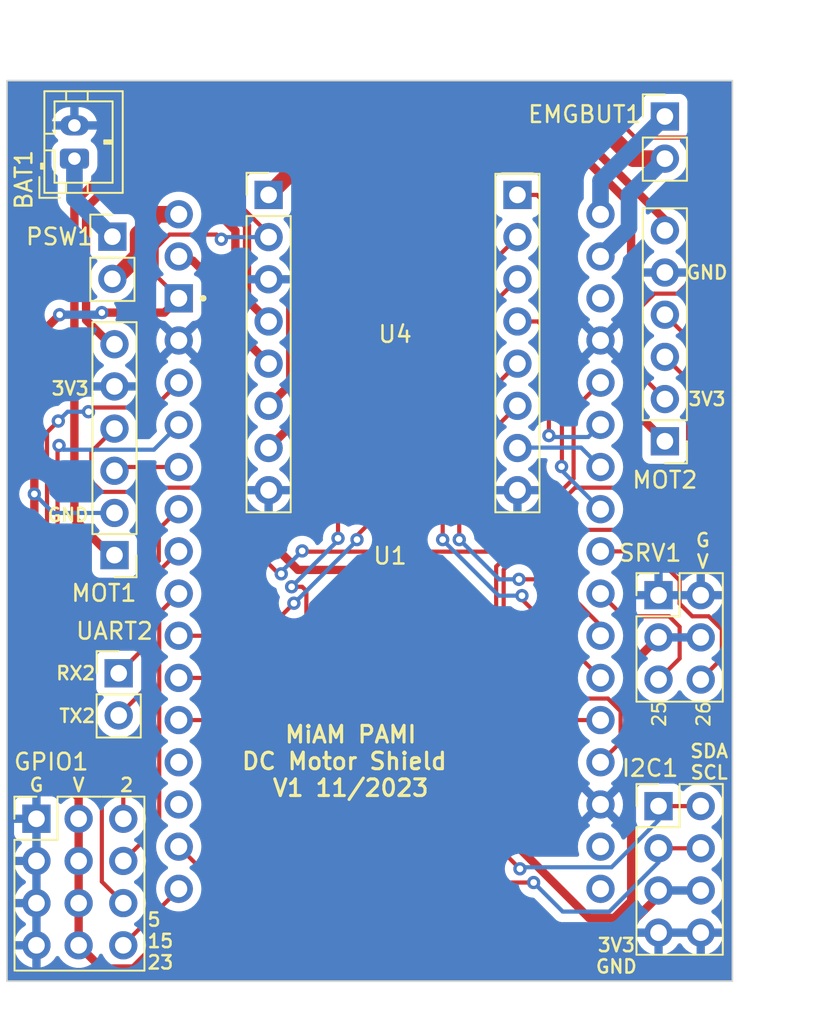
<source format=kicad_pcb>
(kicad_pcb (version 20221018) (generator pcbnew)
  (layers (0 "F.Cu" signal) (31 "B.Cu" signal) (34 "B.Paste" user) (35 "F.Paste" user) (36 "B.SilkS" user "B.Silkscreen") (37 "F.SilkS" user "F.Silkscreen") (38 "B.Mask" user) (39 "F.Mask" user) (44 "Edge.Cuts" user))
  (net 0 "")
  (net 1 "GND")
  (net 2 "+12V")
  (net 3 "/BAT_READING")
  (net 4 "+3V3")
  (net 5 "/POWER_SWITCH")
  (net 6 "/EMERGENCY_BUTTON")
  (net 7 "/5V_POWER")
  (net 8 "/SDA")
  (net 9 "/SCL")
  (net 10 "/2Y")
  (net 11 "/ENCODER_B1")
  (net 12 "/ENCODER_A1")
  (net 13 "/1Y")
  (net 14 "/3Y")
  (net 15 "/ENCODER_B2")
  (net 16 "/ENCODER_A2")
  (net 17 "/4Y")
  (net 18 "/BATTERY_INPUT")
  (net 19 "/RX2")
  (net 20 "/TX2")
  (net 21 "/GPIO2")
  (net 22 "/GPIO5")
  (net 23 "/GPIO15")
  (net 24 "/GPIO23")
  (net 25 "/SERVO_PWM_1")
  (net 26 "/SERVO_PWM_2")
  (net 27 "/1A")
  (net 28 "/2A")
  (net 32 "/3A")
  (net 33 "/4A")
  (net 34 "/EN12")
  (net 35 "/EN34")
  (net 36 "/STBY")
  (footprint "Connector_PinHeader_2.54mm:PinHeader_2x04_P2.54mm_Vertical" (layer "F.Cu") (at 86.614 90.17)
    (fp_text reference "I2C1" (at -0.508 -2.286) (layer "F.SilkS"))
    (fp_text value "Conn_02x04_Odd_Even")
    (fp_line (start -1.33 -1.33) (end 0 -1.33) (stroke (width 0.12)) (layer "F.SilkS"))
    (fp_line (start -1.33 0) (end -1.33 -1.33) (stroke (width 0.12)) (layer "F.SilkS"))
    (fp_line (start -1.33 1.27) (end -1.33 8.95) (stroke (width 0.12)) (layer "F.SilkS"))
    (fp_line (start -1.33 1.27) (end 1.27 1.27) (stroke (width 0.12)) (layer "F.SilkS"))
    (fp_line (start -1.33 8.95) (end 3.87 8.95) (stroke (width 0.12)) (layer "F.SilkS"))
    (fp_line (start 1.27 -1.33) (end 3.87 -1.33) (stroke (width 0.12)) (layer "F.SilkS"))
    (fp_line (start 1.27 1.27) (end 1.27 -1.33) (stroke (width 0.12)) (layer "F.SilkS"))
    (fp_line (start 3.87 -1.33) (end 3.87 8.95) (stroke (width 0.12)) (layer "F.SilkS"))
    (pad "1" thru_hole rect (at 0 0) (size 1.7 1.7) (drill 1) (layers "*.Cu" "*.Mask") (net 8 "/SDA"))
    (pad "2" thru_hole oval (at 2.54 0) (size 1.7 1.7) (drill 1) (layers "*.Cu" "*.Mask") (net 8 "/SDA"))
    (pad "3" thru_hole oval (at 0 2.54) (size 1.7 1.7) (drill 1) (layers "*.Cu" "*.Mask") (net 9 "/SCL"))
    (pad "4" thru_hole oval (at 2.54 2.54) (size 1.7 1.7) (drill 1) (layers "*.Cu" "*.Mask") (net 9 "/SCL"))
    (pad "5" thru_hole oval (at 0 5.08) (size 1.7 1.7) (drill 1) (layers "*.Cu" "*.Mask") (net 4 "+3V3"))
    (pad "6" thru_hole oval (at 2.54 5.08) (size 1.7 1.7) (drill 1) (layers "*.Cu" "*.Mask") (net 4 "+3V3"))
    (pad "7" thru_hole oval (at 0 7.62) (size 1.7 1.7) (drill 1) (layers "*.Cu" "*.Mask") (net 1 "GND"))
    (pad "8" thru_hole oval (at 2.54 7.62) (size 1.7 1.7) (drill 1) (layers "*.Cu" "*.Mask") (net 1 "GND"))
  )
  (footprint "MiAM_ESP32_Footprints:ESP32_ShieldPattern" (layer "F.Cu") (at 70.4185 75.1055)
    (fp_text reference "U1" (at 0.0254 0) (layer "F.SilkS"))
    (fp_text value "ESP32-DEVKIT-V1")
    (fp_circle (center -11.2268 -15.515) (end -11.1268 -15.515) (stroke (width 0.2)) (fill none) (layer "F.SilkS"))
    (pad "1" thru_hole rect (at -12.7 -15.515) (size 1.7 1.7) (drill 1.02) (layers "*.Cu" "*.Mask") (net 4 "+3V3"))
    (pad "2" thru_hole circle (at -12.7 -12.975) (size 1.7 1.7) (drill 1.02) (layers "*.Cu" "*.Mask") (net 1 "GND"))
    (pad "3" thru_hole circle (at -12.7 -10.435) (size 1.7 1.7) (drill 1.02) (layers "*.Cu" "*.Mask") (net 23 "/GPIO15"))
    (pad "4" thru_hole circle (at -12.7 -7.895) (size 1.7 1.7) (drill 1.02) (layers "*.Cu" "*.Mask") (net 21 "/GPIO2"))
    (pad "5" thru_hole circle (at -12.7 -5.355) (size 1.7 1.7) (drill 1.02) (layers "*.Cu" "*.Mask") (net 11 "/ENCODER_B1"))
    (pad "6" thru_hole circle (at -12.7 -2.815) (size 1.7 1.7) (drill 1.02) (layers "*.Cu" "*.Mask") (net 19 "/RX2"))
    (pad "7" thru_hole circle (at -12.7 -0.275) (size 1.7 1.7) (drill 1.02) (layers "*.Cu" "*.Mask") (net 20 "/TX2"))
    (pad "8" thru_hole circle (at -12.7 2.265) (size 1.7 1.7) (drill 1.02) (layers "*.Cu" "*.Mask") (net 22 "/GPIO5"))
    (pad "9" thru_hole circle (at -12.7 4.805) (size 1.7 1.7) (drill 1.02) (layers "*.Cu" "*.Mask") (net 27 "/1A"))
    (pad "10" thru_hole circle (at -12.7 7.345) (size 1.7 1.7) (drill 1.02) (layers "*.Cu" "*.Mask") (net 28 "/2A"))
    (pad "11" thru_hole circle (at -12.7 9.885) (size 1.7 1.7) (drill 1.02) (layers "*.Cu" "*.Mask") (net 8 "/SDA"))
    (pad "12" thru_hole circle (at -12.7 12.425) (size 1.7 1.7) (drill 1.02) (layers "*.Cu" "*.Mask"))
    (pad "13" thru_hole circle (at -12.7 14.965) (size 1.7 1.7) (drill 1.02) (layers "*.Cu" "*.Mask"))
    (pad "14" thru_hole circle (at -12.7 17.505) (size 1.7 1.7) (drill 1.02) (layers "*.Cu" "*.Mask") (net 9 "/SCL"))
    (pad "15" thru_hole circle (at -12.7 20.045) (size 1.7 1.7) (drill 1.02) (layers "*.Cu" "*.Mask") (net 24 "/GPIO23"))
    (pad "16" thru_hole circle (at 12.7 20.045) (size 1.7 1.7) (drill 1.02) (layers "*.Cu" "*.Mask"))
    (pad "17" thru_hole circle (at 12.7 17.505) (size 1.7 1.7) (drill 1.02) (layers "*.Cu" "*.Mask") (net 3 "/BAT_READING"))
    (pad "18" thru_hole circle (at 12.7 14.965) (size 1.7 1.7) (drill 1.02) (layers "*.Cu" "*.Mask") (net 1 "GND"))
    (pad "19" thru_hole circle (at 12.7 12.425) (size 1.7 1.7) (drill 1.02) (layers "*.Cu" "*.Mask") (net 16 "/ENCODER_A2"))
    (pad "20" thru_hole circle (at 12.7 9.885) (size 1.7 1.7) (drill 1.02) (layers "*.Cu" "*.Mask") (net 15 "/ENCODER_B2"))
    (pad "21" thru_hole circle (at 12.7 7.345) (size 1.7 1.7) (drill 1.02) (layers "*.Cu" "*.Mask") (net 32 "/3A"))
    (pad "22" thru_hole circle (at 12.7 4.805) (size 1.7 1.7) (drill 1.02) (layers "*.Cu" "*.Mask") (net 33 "/4A"))
    (pad "23" thru_hole circle (at 12.7 2.265) (size 1.7 1.7) (drill 1.02) (layers "*.Cu" "*.Mask") (net 25 "/SERVO_PWM_1"))
    (pad "24" thru_hole circle (at 12.7 -0.275) (size 1.7 1.7) (drill 1.02) (layers "*.Cu" "*.Mask") (net 26 "/SERVO_PWM_2"))
    (pad "25" thru_hole circle (at 12.7 -2.815) (size 1.7 1.7) (drill 1.02) (layers "*.Cu" "*.Mask") (net 34 "/EN12"))
    (pad "26" thru_hole circle (at 12.7 -5.355) (size 1.7 1.7) (drill 1.02) (layers "*.Cu" "*.Mask") (net 35 "/EN34"))
    (pad "27" thru_hole circle (at 12.7 -7.895) (size 1.7 1.7) (drill 1.02) (layers "*.Cu" "*.Mask") (net 36 "/STBY"))
    (pad "28" thru_hole circle (at 12.7 -10.435) (size 1.7 1.7) (drill 1.02) (layers "*.Cu" "*.Mask") (net 12 "/ENCODER_A1"))
    (pad "29" thru_hole circle (at 12.7 -12.975) (size 1.7 1.7) (drill 1.02) (layers "*.Cu" "*.Mask") (net 1 "GND"))
    (pad "30" thru_hole circle (at 12.7 -15.515) (size 1.7 1.7) (drill 1.02) (layers "*.Cu" "*.Mask"))
    (pad "SH1" thru_hole circle (at 12.7 -18.034) (size 1.7 1.7) (drill 1.02) (layers "*.Cu" "*.Mask") (net 6 "/EMERGENCY_BUTTON"))
    (pad "SH2" thru_hole circle (at 12.7 -20.574) (size 1.7 1.7) (drill 1.02) (layers "*.Cu" "*.Mask") (net 2 "+12V"))
    (pad "SH3" thru_hole circle (at -12.7 -18.034) (size 1.7 1.7) (drill 1.02) (layers "*.Cu" "*.Mask") (net 7 "/5V_POWER"))
    (pad "SH4" thru_hole circle (at -12.7 -20.574) (size 1.7 1.7) (drill 1.02) (layers "*.Cu" "*.Mask") (net 5 "/POWER_SWITCH"))
  )
  (footprint "Connector_PinHeader_2.54mm:PinHeader_1x02_P2.54mm_Vertical" (layer "F.Cu") (at 54.102 82.169)
    (fp_text reference "UART2" (at -0.254 -2.54) (layer "F.SilkS"))
    (fp_text value "Conn_01x02_Male")
    (fp_line (start -1.33 -1.33) (end 0 -1.33) (stroke (width 0.12)) (layer "F.SilkS"))
    (fp_line (start -1.33 0) (end -1.33 -1.33) (stroke (width 0.12)) (layer "F.SilkS"))
    (fp_line (start -1.33 1.27) (end -1.33 3.87) (stroke (width 0.12)) (layer "F.SilkS"))
    (fp_line (start -1.33 1.27) (end 1.33 1.27) (stroke (width 0.12)) (layer "F.SilkS"))
    (fp_line (start -1.33 3.87) (end 1.33 3.87) (stroke (width 0.12)) (layer "F.SilkS"))
    (fp_line (start 1.33 1.27) (end 1.33 3.87) (stroke (width 0.12)) (layer "F.SilkS"))
    (pad "1" thru_hole rect (at 0 0) (size 1.7 1.7) (drill 1) (layers "*.Cu" "*.Mask") (net 19 "/RX2"))
    (pad "2" thru_hole oval (at 0 2.54) (size 1.7 1.7) (drill 1) (layers "*.Cu" "*.Mask") (net 20 "/TX2"))
  )
  (footprint "Connector_PinHeader_2.54mm:PinHeader_1x06_P2.54mm_Vertical" (layer "F.Cu") (at 86.995 68.199 180)
    (fp_text reference "MOT2" (at 0 -2.33) (layer "F.SilkS"))
    (fp_text value "Conn_01x06_Male")
    (fp_line (start -1.33 -1.33) (end 0 -1.33) (stroke (width 0.12)) (layer "F.SilkS"))
    (fp_line (start -1.33 0) (end -1.33 -1.33) (stroke (width 0.12)) (layer "F.SilkS"))
    (fp_line (start -1.33 1.27) (end -1.33 14.03) (stroke (width 0.12)) (layer "F.SilkS"))
    (fp_line (start -1.33 1.27) (end 1.33 1.27) (stroke (width 0.12)) (layer "F.SilkS"))
    (fp_line (start -1.33 14.03) (end 1.33 14.03) (stroke (width 0.12)) (layer "F.SilkS"))
    (fp_line (start 1.33 1.27) (end 1.33 14.03) (stroke (width 0.12)) (layer "F.SilkS"))
    (pad "1" thru_hole rect (at 0 0 180) (size 1.7 1.7) (drill 1) (layers "*.Cu" "*.Mask") (net 14 "/3Y"))
    (pad "2" thru_hole oval (at 0 2.54 180) (size 1.7 1.7) (drill 1) (layers "*.Cu" "*.Mask") (net 4 "+3V3"))
    (pad "3" thru_hole oval (at 0 5.08 180) (size 1.7 1.7) (drill 1) (layers "*.Cu" "*.Mask") (net 15 "/ENCODER_B2"))
    (pad "4" thru_hole oval (at 0 7.62 180) (size 1.7 1.7) (drill 1) (layers "*.Cu" "*.Mask") (net 16 "/ENCODER_A2"))
    (pad "5" thru_hole oval (at 0 10.16 180) (size 1.7 1.7) (drill 1) (layers "*.Cu" "*.Mask") (net 1 "GND"))
    (pad "6" thru_hole oval (at 0 12.7 180) (size 1.7 1.7) (drill 1) (layers "*.Cu" "*.Mask") (net 17 "/4Y"))
  )
  (footprint "Connector_PinHeader_2.54mm:PinHeader_2x03_P2.54mm_Vertical" (layer "F.Cu") (at 86.614 77.47)
    (fp_text reference "SRV1" (at -0.508 -2.54 180) (layer "F.SilkS"))
    (fp_text value "Conn_02x03_Odd_Even")
    (fp_line (start -1.33 -1.33) (end 0 -1.33) (stroke (width 0.12)) (layer "F.SilkS"))
    (fp_line (start -1.33 0) (end -1.33 -1.33) (stroke (width 0.12)) (layer "F.SilkS"))
    (fp_line (start -1.33 1.27) (end -1.33 6.41) (stroke (width 0.12)) (layer "F.SilkS"))
    (fp_line (start -1.33 1.27) (end 1.27 1.27) (stroke (width 0.12)) (layer "F.SilkS"))
    (fp_line (start -1.33 6.41) (end 3.87 6.41) (stroke (width 0.12)) (layer "F.SilkS"))
    (fp_line (start 1.27 -1.33) (end 3.87 -1.33) (stroke (width 0.12)) (layer "F.SilkS"))
    (fp_line (start 1.27 1.27) (end 1.27 -1.33) (stroke (width 0.12)) (layer "F.SilkS"))
    (fp_line (start 3.87 -1.33) (end 3.87 6.41) (stroke (width 0.12)) (layer "F.SilkS"))
    (pad "1" thru_hole rect (at 0 0) (size 1.7 1.7) (drill 1) (layers "*.Cu" "*.Mask") (net 1 "GND"))
    (pad "2" thru_hole oval (at 2.54 0) (size 1.7 1.7) (drill 1) (layers "*.Cu" "*.Mask") (net 1 "GND"))
    (pad "3" thru_hole oval (at 0 2.54) (size 1.7 1.7) (drill 1) (layers "*.Cu" "*.Mask") (net 7 "/5V_POWER"))
    (pad "4" thru_hole oval (at 2.54 2.54) (size 1.7 1.7) (drill 1) (layers "*.Cu" "*.Mask") (net 7 "/5V_POWER"))
    (pad "5" thru_hole oval (at 0 5.08) (size 1.7 1.7) (drill 1) (layers "*.Cu" "*.Mask") (net 25 "/SERVO_PWM_1"))
    (pad "6" thru_hole oval (at 2.54 5.08) (size 1.7 1.7) (drill 1) (layers "*.Cu" "*.Mask") (net 26 "/SERVO_PWM_2"))
  )
  (footprint "MiAM_ESP32_Footprints:PinHeader_3x4_P2.54mm_Vertical" (layer "F.Cu") (at 49.149 90.932)
    (fp_text reference "GPIO1" (at 0.889 -3.429) (layer "F.SilkS"))
    (fp_text value "~")
    (fp_line (start -1.33 -1.33) (end 0 -1.33) (stroke (width 0.12)) (layer "F.SilkS"))
    (fp_line (start -1.33 0) (end -1.33 -1.33) (stroke (width 0.12)) (layer "F.SilkS"))
    (fp_line (start -1.33 1.27) (end -1.3208 9.144) (stroke (width 0.12)) (layer "F.SilkS"))
    (fp_line (start -1.33 1.27) (end 1.27 1.27) (stroke (width 0.12)) (layer "F.SilkS"))
    (fp_line (start -1.226 9.144) (end 6.5024 9.144) (stroke (width 0.12)) (layer "F.SilkS"))
    (fp_line (start 1.27 -1.33) (end 3.87 -1.33) (stroke (width 0.12)) (layer "F.SilkS"))
    (fp_line (start 1.27 1.27) (end 1.27 -1.33) (stroke (width 0.12)) (layer "F.SilkS"))
    (fp_line (start 3.96 -1.33) (end 6.5 -1.33) (stroke (width 0.12)) (layer "F.SilkS"))
    (fp_line (start 6.5 -1.33) (end 6.5024 9.144) (stroke (width 0.12)) (layer "F.SilkS"))
    (pad "1" thru_hole rect (at 0 0) (size 1.7 1.7) (drill 1) (layers "*.Cu" "*.Mask") (net 1 "GND"))
    (pad "2" thru_hole oval (at 0 2.54) (size 1.7 1.7) (drill 1) (layers "*.Cu" "*.Mask") (net 1 "GND"))
    (pad "3" thru_hole oval (at 0 5.08) (size 1.7 1.7) (drill 1) (layers "*.Cu" "*.Mask") (net 1 "GND"))
    (pad "4" thru_hole oval (at 0 7.62) (size 1.7 1.7) (drill 1) (layers "*.Cu" "*.Mask") (net 1 "GND"))
    (pad "5" thru_hole oval (at 2.54 0) (size 1.7 1.7) (drill 1) (layers "*.Cu" "*.Mask") (net 4 "+3V3"))
    (pad "6" thru_hole oval (at 2.54 2.54) (size 1.7 1.7) (drill 1) (layers "*.Cu" "*.Mask") (net 4 "+3V3"))
    (pad "7" thru_hole oval (at 2.54 5.08) (size 1.7 1.7) (drill 1) (layers "*.Cu" "*.Mask") (net 4 "+3V3"))
    (pad "8" thru_hole oval (at 2.54 7.62) (size 1.7 1.7) (drill 1) (layers "*.Cu" "*.Mask") (net 4 "+3V3"))
    (pad "9" thru_hole oval (at 5.23 0) (size 1.7 1.7) (drill 1) (layers "*.Cu" "*.Mask") (net 21 "/GPIO2"))
    (pad "10" thru_hole oval (at 5.23 2.54) (size 1.7 1.7) (drill 1) (layers "*.Cu" "*.Mask") (net 22 "/GPIO5"))
    (pad "11" thru_hole oval (at 5.23 5.08) (size 1.7 1.7) (drill 1) (layers "*.Cu" "*.Mask") (net 23 "/GPIO15"))
    (pad "12" thru_hole oval (at 5.23 7.62) (size 1.7 1.7) (drill 1) (layers "*.Cu" "*.Mask") (net 24 "/GPIO23"))
  )
  (footprint "Connector_PinHeader_2.54mm:PinHeader_1x02_P2.54mm_Vertical" (layer "F.Cu") (at 86.995 48.641)
    (fp_text reference "EMGBUT1" (at -4.826 -0.127) (layer "F.SilkS"))
    (fp_text value "Conn_01x02_Male")
    (fp_line (start -1.33 -1.33) (end 0 -1.33) (stroke (width 0.12)) (layer "F.SilkS"))
    (fp_line (start -1.33 0) (end -1.33 -1.33) (stroke (width 0.12)) (layer "F.SilkS"))
    (fp_line (start -1.33 1.27) (end -1.33 3.87) (stroke (width 0.12)) (layer "F.SilkS"))
    (fp_line (start -1.33 1.27) (end 1.33 1.27) (stroke (width 0.12)) (layer "F.SilkS"))
    (fp_line (start -1.33 3.87) (end 1.33 3.87) (stroke (width 0.12)) (layer "F.SilkS"))
    (fp_line (start 1.33 1.27) (end 1.33 3.87) (stroke (width 0.12)) (layer "F.SilkS"))
    (pad "1" thru_hole rect (at 0 0) (size 1.7 1.7) (drill 1) (layers "*.Cu" "*.Mask") (net 2 "+12V"))
    (pad "2" thru_hole oval (at 0 2.54) (size 1.7 1.7) (drill 1) (layers "*.Cu" "*.Mask") (net 6 "/EMERGENCY_BUTTON"))
  )
  (footprint "Connector_PinHeader_2.54mm:PinHeader_1x02_P2.54mm_Vertical" (layer "F.Cu") (at 53.721 55.88)
    (fp_text reference "PSW1" (at -3.175 0) (layer "F.SilkS"))
    (fp_text value "Conn_01x02_Male")
    (fp_line (start -1.33 -1.33) (end 0 -1.33) (stroke (width 0.12)) (layer "F.SilkS"))
    (fp_line (start -1.33 0) (end -1.33 -1.33) (stroke (width 0.12)) (layer "F.SilkS"))
    (fp_line (start -1.33 1.27) (end -1.33 3.87) (stroke (width 0.12)) (layer "F.SilkS"))
    (fp_line (start -1.33 1.27) (end 1.33 1.27) (stroke (width 0.12)) (layer "F.SilkS"))
    (fp_line (start -1.33 3.87) (end 1.33 3.87) (stroke (width 0.12)) (layer "F.SilkS"))
    (fp_line (start 1.33 1.27) (end 1.33 3.87) (stroke (width 0.12)) (layer "F.SilkS"))
    (pad "1" thru_hole rect (at 0 0) (size 1.7 1.7) (drill 1) (layers "*.Cu" "*.Mask") (net 18 "/BATTERY_INPUT"))
    (pad "2" thru_hole oval (at 0 2.54) (size 1.7 1.7) (drill 1) (layers "*.Cu" "*.Mask") (net 5 "/POWER_SWITCH"))
  )
  (footprint "Connector_JST:JST_PH_B2B-PH-K_1x02_P2.00mm_Vertical" (layer "F.Cu") (at 51.435 51.181 90)
    (fp_text reference "BAT1" (at -1.27 -3.048 90) (layer "F.SilkS"))
    (fp_text value "Screw_Terminal_01x02")
    (fp_line (start -2.36 -2.11) (end -2.36 -0.86) (stroke (width 0.12)) (layer "F.SilkS"))
    (fp_line (start -2.06 -1.81) (end -2.06 2.91) (stroke (width 0.12)) (layer "F.SilkS"))
    (fp_line (start -2.06 -0.5) (end -1.45 -0.5) (stroke (width 0.12)) (layer "F.SilkS"))
    (fp_line (start -2.06 0.8) (end -1.45 0.8) (stroke (width 0.12)) (layer "F.SilkS"))
    (fp_line (start -2.06 2.91) (end 4.06 2.91) (stroke (width 0.12)) (layer "F.SilkS"))
    (fp_line (start -1.45 -1.2) (end -1.45 2.3) (stroke (width 0.12)) (layer "F.SilkS"))
    (fp_line (start -1.45 2.3) (end 3.45 2.3) (stroke (width 0.12)) (layer "F.SilkS"))
    (fp_line (start -1.11 -2.11) (end -2.36 -2.11) (stroke (width 0.12)) (layer "F.SilkS"))
    (fp_line (start -0.6 -2.01) (end -0.6 -1.81) (stroke (width 0.12)) (layer "F.SilkS"))
    (fp_line (start -0.3 -2.01) (end -0.6 -2.01) (stroke (width 0.12)) (layer "F.SilkS"))
    (fp_line (start -0.3 -1.91) (end -0.6 -1.91) (stroke (width 0.12)) (layer "F.SilkS"))
    (fp_line (start -0.3 -1.81) (end -0.3 -2.01) (stroke (width 0.12)) (layer "F.SilkS"))
    (fp_line (start 0.5 -1.81) (end 0.5 -1.2) (stroke (width 0.12)) (layer "F.SilkS"))
    (fp_line (start 0.5 -1.2) (end -1.45 -1.2) (stroke (width 0.12)) (layer "F.SilkS"))
    (fp_line (start 0.9 1.8) (end 1.1 1.8) (stroke (width 0.12)) (layer "F.SilkS"))
    (fp_line (start 0.9 2.3) (end 0.9 1.8) (stroke (width 0.12)) (layer "F.SilkS"))
    (fp_line (start 1 2.3) (end 1 1.8) (stroke (width 0.12)) (layer "F.SilkS"))
    (fp_line (start 1.1 1.8) (end 1.1 2.3) (stroke (width 0.12)) (layer "F.SilkS"))
    (fp_line (start 1.5 -1.2) (end 1.5 -1.81) (stroke (width 0.12)) (layer "F.SilkS"))
    (fp_line (start 3.45 -1.2) (end 1.5 -1.2) (stroke (width 0.12)) (layer "F.SilkS"))
    (fp_line (start 3.45 2.3) (end 3.45 -1.2) (stroke (width 0.12)) (layer "F.SilkS"))
    (fp_line (start 4.06 -1.81) (end -2.06 -1.81) (stroke (width 0.12)) (layer "F.SilkS"))
    (fp_line (start 4.06 -0.5) (end 3.45 -0.5) (stroke (width 0.12)) (layer "F.SilkS"))
    (fp_line (start 4.06 0.8) (end 3.45 0.8) (stroke (width 0.12)) (layer "F.SilkS"))
    (fp_line (start 4.06 2.91) (end 4.06 -1.81) (stroke (width 0.12)) (layer "F.SilkS"))
    (pad "1" thru_hole roundrect (at 0 0 90) (size 1.2 1.75) (drill 0.75) (layers "*.Cu" "*.Mask") (roundrect_rratio 0.208333) (net 18 "/BATTERY_INPUT"))
    (pad "2" thru_hole oval (at 2 0 90) (size 1.2 1.75) (drill 0.75) (layers "*.Cu" "*.Mask") (net 1 "GND"))
  )
  (footprint "MiAM_ESP32_Footprints:TB6612FNG" (layer "F.Cu") (at 63.13 73.6855)
    (fp_text reference "U4" (at 7.62 -11.93 unlocked) (layer "F.SilkS"))
    (fp_text value "TB6612FNG")
    (fp_line (start -1.33 -21.65) (end 0 -21.65) (stroke (width 0.12)) (layer "F.SilkS"))
    (fp_line (start -1.33 -20.32) (end -1.33 -21.65) (stroke (width 0.12)) (layer "F.SilkS"))
    (fp_line (start -1.33 -19.05) (end -1.33 -1.21) (stroke (width 0.12)) (layer "F.SilkS"))
    (fp_line (start -1.33 -19.05) (end 1.33 -19.05) (stroke (width 0.12)) (layer "F.SilkS"))
    (fp_line (start -1.33 -1.21) (end 1.33 -1.21) (stroke (width 0.12)) (layer "F.SilkS"))
    (fp_line (start 1.33 -19.05) (end 1.33 -1.21) (stroke (width 0.12)) (layer "F.SilkS"))
    (fp_line (start 13.656 -21.59) (end 13.656 -1.21) (stroke (width 0.12)) (layer "F.SilkS"))
    (fp_line (start 13.656 -21.59) (end 16.316 -21.59) (stroke (width 0.12)) (layer "F.SilkS"))
    (fp_line (start 13.656 -1.21) (end 16.316 -1.21) (stroke (width 0.12)) (layer "F.SilkS"))
    (fp_line (start 16.316 -21.59) (end 16.316 -1.21) (stroke (width 0.12)) (layer "F.SilkS"))
    (pad "1" thru_hole rect (at 0 -20.32) (size 1.7 1.7) (drill 1) (layers "*.Cu" "*.Mask") (net 6 "/EMERGENCY_BUTTON"))
    (pad "2" thru_hole oval (at 0 -17.78) (size 1.7 1.7) (drill 1) (layers "*.Cu" "*.Mask") (net 4 "+3V3"))
    (pad "3" thru_hole oval (at 0 -15.24) (size 1.7 1.7) (drill 1) (layers "*.Cu" "*.Mask") (net 1 "GND"))
    (pad "4" thru_hole oval (at 0 -12.7) (size 1.7 1.7) (drill 1) (layers "*.Cu" "*.Mask") (net 13 "/1Y"))
    (pad "5" thru_hole oval (at 0 -10.16) (size 1.7 1.7) (drill 1) (layers "*.Cu" "*.Mask") (net 10 "/2Y"))
    (pad "6" thru_hole oval (at 0 -7.62) (size 1.7 1.7) (drill 1) (layers "*.Cu" "*.Mask") (net 17 "/4Y"))
    (pad "7" thru_hole oval (at 0 -5.08) (size 1.7 1.7) (drill 1) (layers "*.Cu" "*.Mask") (net 14 "/3Y"))
    (pad "8" thru_hole oval (at 0 -2.54) (size 1.7 1.7) (drill 1) (layers "*.Cu" "*.Mask") (net 1 "GND"))
    (pad "9" thru_hole oval (at 14.986 -2.54) (size 1.7 1.7) (drill 1) (layers "*.Cu" "*.Mask") (net 1 "GND"))
    (pad "10" thru_hole oval (at 14.986 -5.08) (size 1.7 1.7) (drill 1) (layers "*.Cu" "*.Mask") (net 35 "/EN34"))
    (pad "11" thru_hole oval (at 14.986 -7.62) (size 1.7 1.7) (drill 1) (layers "*.Cu" "*.Mask") (net 33 "/4A"))
    (pad "12" thru_hole oval (at 14.986 -10.16) (size 1.7 1.7) (drill 1) (layers "*.Cu" "*.Mask") (net 32 "/3A"))
    (pad "13" thru_hole oval (at 14.986 -12.7) (size 1.7 1.7) (drill 1) (layers "*.Cu" "*.Mask") (net 36 "/STBY"))
    (pad "14" thru_hole oval (at 14.986 -15.24) (size 1.7 1.7) (drill 1) (layers "*.Cu" "*.Mask") (net 27 "/1A"))
    (pad "15" thru_hole oval (at 14.986 -17.78) (size 1.7 1.7) (drill 1) (layers "*.Cu" "*.Mask") (net 28 "/2A"))
    (pad "16" thru_hole rect (at 14.986 -20.32) (size 1.7 1.7) (drill 1) (layers "*.Cu" "*.Mask") (net 34 "/EN12"))
  )
  (footprint "Connector_PinHeader_2.54mm:PinHeader_1x06_P2.54mm_Vertical" (layer "F.Cu") (at 53.848 75.057 180)
    (fp_text reference "MOT1" (at 0.635 -2.286) (layer "F.SilkS"))
    (fp_text value "Conn_01x06_Male")
    (fp_line (start -1.33 -1.33) (end 0 -1.33) (stroke (width 0.12)) (layer "F.SilkS"))
    (fp_line (start -1.33 0) (end -1.33 -1.33) (stroke (width 0.12)) (layer "F.SilkS"))
    (fp_line (start -1.33 1.27) (end -1.33 14.03) (stroke (width 0.12)) (layer "F.SilkS"))
    (fp_line (start -1.33 1.27) (end 1.33 1.27) (stroke (width 0.12)) (layer "F.SilkS"))
    (fp_line (start -1.33 14.03) (end 1.33 14.03) (stroke (width 0.12)) (layer "F.SilkS"))
    (fp_line (start 1.33 1.27) (end 1.33 14.03) (stroke (width 0.12)) (layer "F.SilkS"))
    (pad "1" thru_hole rect (at 0 0 180) (size 1.7 1.7) (drill 1) (layers "*.Cu" "*.Mask") (net 13 "/1Y"))
    (pad "2" thru_hole oval (at 0 2.54 180) (size 1.7 1.7) (drill 1) (layers "*.Cu" "*.Mask") (net 4 "+3V3"))
    (pad "3" thru_hole oval (at 0 5.08 180) (size 1.7 1.7) (drill 1) (layers "*.Cu" "*.Mask") (net 11 "/ENCODER_B1"))
    (pad "4" thru_hole oval (at 0 7.62 180) (size 1.7 1.7) (drill 1) (layers "*.Cu" "*.Mask") (net 12 "/ENCODER_A1"))
    (pad "5" thru_hole oval (at 0 10.16 180) (size 1.7 1.7) (drill 1) (layers "*.Cu" "*.Mask") (net 1 "GND"))
    (pad "6" thru_hole oval (at 0 12.7 180) (size 1.7 1.7) (drill 1) (layers "*.Cu" "*.Mask") (net 10 "/2Y"))
  )
  (gr_rect (start 47.371 46.482) (end 91.059 100.711) (stroke (width 0.1)) (fill none) (layer "Edge.Cuts"))
  (gr_text "G\nV" (at 89.281 74.803) (layer "F.SilkS") (effects (font (size 0.8 0.8))))
  (gr_text "5\n15\n23" (at 55.753 98.298) (layer "F.SilkS") (effects (font (size 0.8 0.8)) (justify left)))
  (gr_text "GND" (at 51.054 72.644) (layer "F.SilkS") (effects (font (size 0.8 0.8))))
  (gr_text "MiAM PAMI\nDC Motor Shield \nV1 11/2023" (at 68.072 89.662) (layer "F.SilkS") (effects (font (size 1 1) (thickness 0.1875)) (justify bottom)))
  (gr_text "26" (at 89.789 85.471 90) (layer "F.SilkS") (effects (font (size 0.8 0.8) (thickness 0.125)) (justify left bottom)))
  (gr_text "G" (at 49.149 88.9) (layer "F.SilkS") (effects (font (size 0.8 0.8))))
  (gr_text "2" (at 54.102 88.9) (layer "F.SilkS") (effects (font (size 0.8 0.8)) (justify left)))
  (gr_text "3V3" (at 51.181 65.024) (layer "F.SilkS") (effects (font (size 0.8 0.8))))
  (gr_text "GND" (at 89.535 58.039) (layer "F.SilkS") (effects (font (size 0.8 0.8))))
  (gr_text "RX2" (at 52.772 82.169) (layer "F.SilkS") (effects (font (size 0.8 0.8)) (justify right)))
  (gr_text "3V3\nGND" (at 84.074 99.187) (layer "F.SilkS") (effects (font (size 0.8 0.8))))
  (gr_text "25" (at 87.122 85.471 90) (layer "F.SilkS") (effects (font (size 0.8 0.8) (thickness 0.125)) (justify left bottom)))
  (gr_text "TX2" (at 52.772 84.739) (layer "F.SilkS") (effects (font (size 0.8 0.8)) (justify right)))
  (gr_text "SDA\nSCL" (at 89.662 87.503) (layer "F.SilkS") (effects (font (size 0.8 0.8))))
  (gr_text "V" (at 51.689 88.9) (layer "F.SilkS") (effects (font (size 0.8 0.8))))
  (gr_text "3V3" (at 89.535 65.659) (layer "F.SilkS") (effects (font (size 0.8 0.8))))
  (segment (start 83.1185 54.5315) (end 83.1185 52.5175) (width 1) (layer "B.Cu") (net 2))
  (segment (start 83.1185 52.5175) (end 86.995 48.641) (width 1) (layer "B.Cu") (net 2))
  (segment (start 49.022 71.374) (end 49.022 62.103) (width 0.5) (layer "F.Cu") (net 4))
  (segment (start 87.757 59.309) (end 86.36 59.309) (width 0.25) (layer "F.Cu") (net 4))
  (segment (start 49.022 86.995) (end 51.689 89.662) (width 0.5) (layer "F.Cu") (net 4))
  (segment (start 88.265 49.911) (end 88.773 50.419) (width 0.25) (layer "F.Cu") (net 4))
  (segment (start 86.614 95.25) (end 86.614 95.577502) (width 0.5) (layer "F.Cu") (net 4))
  (segment (start 60.2805 56.035913) (end 59.997587 55.753) (width 0.25) (layer "F.Cu") (net 4))
  (segment (start 63.13 55.9055) (end 63.13 55.712828) (width 0.25) (layer "F.Cu") (net 4))
  (segment (start 56.857 60.452) (end 57.7185 59.5905) (width 0.5) (layer "F.Cu") (net 4))
  (segment (start 56.642 98.298) (end 54.991 99.949) (width 0.5) (layer "F.Cu") (net 4))
  (segment (start 54.991 99.949) (end 53.086 99.949) (width 0.5) (layer "F.Cu") (net 4))
  (segment (start 49.022 62.103) (end 50.546 60.579) (width 0.5) (layer "F.Cu") (net 4))
  (segment (start 49.022 71.374) (end 49.022 86.995) (width 0.5) (layer "F.Cu") (net 4))
  (segment (start 56.388 56.515) (end 56.388 58.26) (width 0.25) (layer "F.Cu") (net 4))
  (segment (start 63.13 55.712828) (end 61.595 54.177828) (width 0.25) (layer "F.Cu") (net 4))
  (segment (start 85.217 49.911) (end 88.265 49.911) (width 0.25) (layer "F.Cu") (net 4))
  (segment (start 51.689 89.662) (end 51.689 90.932) (width 0.5) (layer "F.Cu") (net 4))
  (segment (start 65.786 48.133) (end 83.439 48.133) (width 0.25) (layer "F.Cu") (net 4))
  (segment (start 53.086 99.949) (end 51.689 98.552) (width 0.5) (layer "F.Cu") (net 4))
  (segment (start 61.595 54.177828) (end 61.595 52.324) (width 0.25) (layer "F.Cu") (net 4))
  (segment (start 61.595 52.324) (end 65.786 48.133) (width 0.25) (layer "F.Cu") (net 4))
  (segment (start 83.893502 98.298) (end 56.642 98.298) (width 0.5) (layer "F.Cu") (net 4))
  (segment (start 57.15 55.753) (end 56.388 56.515) (width 0.25) (layer "F.Cu") (net 4))
  (segment (start 53.086 60.452) (end 56.857 60.452) (width 0.5) (layer "F.Cu") (net 4))
  (segment (start 59.997587 55.753) (end 57.15 55.753) (width 0.25) (layer "F.Cu") (net 4))
  (segment (start 51.689 98.552) (end 51.689 90.932) (width 0.5) (layer "F.Cu") (net 4))
  (segment (start 86.36 59.309) (end 85.598 60.071) (width 0.25) (layer "F.Cu") (net 4))
  (segment (start 56.388 58.26) (end 57.7185 59.5905) (width 0.25) (layer "F.Cu") (net 4))
  (segment (start 83.439 48.133) (end 85.217 49.911) (width 0.25) (layer "F.Cu") (net 4))
  (segment (start 85.598 60.071) (end 85.598 64.262) (width 0.25) (layer "F.Cu") (net 4))
  (segment (start 85.598 64.262) (end 86.995 65.659) (width 0.25) (layer "F.Cu") (net 4))
  (segment (start 88.773 50.419) (end 88.773 58.293) (width 0.25) (layer "F.Cu") (net 4))
  (segment (start 86.614 95.577502) (end 83.893502 98.298) (width 0.5) (layer "F.Cu") (net 4))
  (segment (start 88.773 58.293) (end 87.757 59.309) (width 0.25) (layer "F.Cu") (net 4))
  (via (at 50.546 60.579) (size 0.8) (drill 0.4) (layers "F.Cu" "B.Cu") (net 4))
  (via (at 53.086 60.452) (size 0.8) (drill 0.4) (layers "F.Cu" "B.Cu") (net 4))
  (via (at 49.022 71.374) (size 0.8) (drill 0.4) (layers "F.Cu" "B.Cu") (net 4))
  (via (at 60.2805 56.035913) (size 0.8) (drill 0.4) (layers "F.Cu" "B.Cu") (net 4))
  (segment (start 50.165 72.517) (end 49.022 71.374) (width 0.25) (layer "B.Cu") (net 4))
  (segment (start 86.614 95.25) (end 89.154 95.25) (width 0.5) (layer "B.Cu") (net 4))
  (segment (start 50.546 60.579) (end 52.959 60.579) (width 0.5) (layer "B.Cu") (net 4))
  (segment (start 52.959 60.579) (end 53.086 60.452) (width 0.5) (layer "B.Cu") (net 4))
  (segment (start 60.410913 55.9055) (end 63.13 55.9055) (width 0.25) (layer "B.Cu") (net 4))
  (segment (start 53.848 72.517) (end 50.165 72.517) (width 0.25) (layer "B.Cu") (net 4))
  (segment (start 60.2805 56.035913) (end 60.410913 55.9055) (width 0.25) (layer "B.Cu") (net 4))
  (segment (start 53.721 58.42) (end 53.87095 58.42) (width 1) (layer "F.Cu") (net 5))
  (segment (start 55.271 57.01995) (end 55.271 55.727) (width 1) (layer "F.Cu") (net 5))
  (segment (start 56.4665 54.5315) (end 57.7185 54.5315) (width 1) (layer "F.Cu") (net 5))
  (segment (start 53.87095 58.42) (end 55.271 57.01995) (width 1) (layer "F.Cu") (net 5))
  (segment (start 55.271 55.727) (end 56.4665 54.5315) (width 1) (layer "F.Cu") (net 5))
  (segment (start 86.995 51.181) (end 85.09 51.181) (width 1) (layer "F.Cu") (net 6))
  (segment (start 85.09 51.181) (end 83.058 49.149) (width 1) (layer "F.Cu") (net 6))
  (segment (start 67.3465 49.149) (end 63.13 53.3655) (width 1) (layer "F.Cu") (net 6))
  (segment (start 83.058 49.149) (end 67.3465 49.149) (width 1) (layer "F.Cu") (net 6))
  (segment (start 84.836 55.354) (end 83.1185 57.0715) (width 1) (layer "B.Cu") (net 6))
  (segment (start 84.836 53.34) (end 84.836 55.354) (width 1) (layer "B.Cu") (net 6))
  (segment (start 86.995 51.181) (end 84.836 53.34) (width 1) (layer "B.Cu") (net 6))
  (segment (start 59.563 58.32) (end 59.563 70.612) (width 0.5) (layer "F.Cu") (net 7))
  (segment (start 84.963 81.661) (end 86.614 80.01) (width 0.5) (layer "F.Cu") (net 7))
  (segment (start 59.563 70.612) (end 64.897 75.946) (width 0.5) (layer "F.Cu") (net 7))
  (segment (start 75.184 89.662) (end 82.423 96.901) (width 0.5) (layer "F.Cu") (net 7))
  (segment (start 83.947 96.901) (end 84.963 95.885) (width 0.5) (layer "F.Cu") (net 7))
  (segment (start 82.423 96.901) (end 83.947 96.901) (width 0.5) (layer "F.Cu") (net 7))
  (segment (start 58.5685 57.3255) (end 59.563 58.32) (width 0.5) (layer "F.Cu") (net 7))
  (segment (start 71.882 75.946) (end 75.184 79.248) (width 0.5) (layer "F.Cu") (net 7))
  (segment (start 75.184 79.248) (end 75.184 89.662) (width 0.5) (layer "F.Cu") (net 7))
  (segment (start 57.7185 57.3255) (end 58.5685 57.3255) (width 0.5) (layer "F.Cu") (net 7))
  (segment (start 84.963 95.885) (end 84.963 81.661) (width 0.5) (layer "F.Cu") (net 7))
  (segment (start 64.897 75.946) (end 71.882 75.946) (width 0.5) (layer "F.Cu") (net 7))
  (segment (start 86.614 80.01) (end 89.154 80.01) (width 0.5) (layer "B.Cu") (net 7))
  (segment (start 69.311124 84.9905) (end 57.7185 84.9905) (width 0.25) (layer "F.Cu") (net 8))
  (segment (start 78.266312 93.945688) (end 69.311124 84.9905) (width 0.25) (layer "F.Cu") (net 8))
  (segment (start 89.154 90.17) (end 86.614 90.17) (width 0.25) (layer "F.Cu") (net 8))
  (via (at 78.266312 93.945688) (size 0.8) (drill 0.4) (layers "F.Cu" "B.Cu") (net 8))
  (segment (start 78.266312 93.945688) (end 78.359 93.853) (width 0.25) (layer "B.Cu") (net 8))
  (segment (start 83.781 93.853) (end 86.614 91.02) (width 0.25) (layer "B.Cu") (net 8))
  (segment (start 86.614 91.02) (end 86.614 90.17) (width 0.25) (layer "B.Cu") (net 8))
  (segment (start 78.359 93.853) (end 83.781 93.853) (width 0.25) (layer "B.Cu") (net 8))
  (segment (start 79.091812 94.771188) (end 59.879188 94.771188) (width 0.25) (layer "F.Cu") (net 9))
  (segment (start 59.879188 94.771188) (end 57.7185 92.6105) (width 0.25) (layer "F.Cu") (net 9))
  (segment (start 89.154 92.71) (end 86.614 92.71) (width 0.25) (layer "F.Cu") (net 9))
  (via (at 79.091812 94.771188) (size 0.8) (drill 0.4) (layers "F.Cu" "B.Cu") (net 9))
  (segment (start 83.649344 96.52) (end 80.840624 96.52) (width 0.25) (layer "B.Cu") (net 9))
  (segment (start 86.614 92.71) (end 86.614 93.555344) (width 0.25) (layer "B.Cu") (net 9))
  (segment (start 86.614 93.555344) (end 83.649344 96.52) (width 0.25) (layer "B.Cu") (net 9))
  (segment (start 80.840624 96.52) (end 79.091812 94.771188) (width 0.25) (layer "B.Cu") (net 9))
  (segment (start 61.13 61.5255) (end 61.13 55.51595) (width 0.5) (layer "F.Cu") (net 10))
  (segment (start 53.402 52.897) (end 52.135 54.164) (width 0.5) (layer "F.Cu") (net 10))
  (segment (start 58.51105 52.897) (end 53.402 52.897) (width 0.5) (layer "F.Cu") (net 10))
  (segment (start 52.135 54.164) (end 52.135 60.898) (width 0.5) (layer "F.Cu") (net 10))
  (segment (start 52.135 60.898) (end 53.721 62.484) (width 0.5) (layer "F.Cu") (net 10))
  (segment (start 61.13 55.51595) (end 58.51105 52.897) (width 0.5) (layer "F.Cu") (net 10))
  (segment (start 63.13 63.5255) (end 61.13 61.5255) (width 0.5) (layer "F.Cu") (net 10))
  (segment (start 54.0745 69.7505) (end 53.848 69.977) (width 0.25) (layer "F.Cu") (net 11))
  (segment (start 57.7185 69.7505) (end 54.0745 69.7505) (width 0.25) (layer "F.Cu") (net 11))
  (segment (start 56.515 70.993) (end 56.261 71.247) (width 0.25) (layer "F.Cu") (net 12))
  (segment (start 81.497 66.292) (end 83.1185 64.6705) (width 0.25) (layer "F.Cu") (net 12))
  (segment (start 65.1945 74.8465) (end 77.096672 74.8465) (width 0.25) (layer "F.Cu") (net 12))
  (segment (start 63.891616 76.18152) (end 63.73552 76.18152) (width 0.25) (layer "F.Cu") (net 12))
  (segment (start 52.451 70.612) (end 52.451 68.834) (width 0.25) (layer "F.Cu") (net 12))
  (segment (start 58.547 70.993) (end 56.515 70.993) (width 0.25) (layer "F.Cu") (net 12))
  (segment (start 52.451 68.834) (end 53.848 67.437) (width 0.25) (layer "F.Cu") (net 12))
  (segment (start 65.151 74.803) (end 65.1945 74.8465) (width 0.25) (layer "F.Cu") (net 12))
  (segment (start 81.497 70.446172) (end 81.497 66.292) (width 0.25) (layer "F.Cu") (net 12))
  (segment (start 77.096672 74.8465) (end 81.497 70.446172) (width 0.25) (layer "F.Cu") (net 12))
  (segment (start 56.261 71.247) (end 53.086 71.247) (width 0.25) (layer "F.Cu") (net 12))
  (segment (start 53.086 71.247) (end 52.451 70.612) (width 0.25) (layer "F.Cu") (net 12))
  (segment (start 63.73552 76.18152) (end 58.547 70.993) (width 0.25) (layer "F.Cu") (net 12))
  (via (at 65.151 74.803) (size 0.8) (drill 0.4) (layers "F.Cu" "B.Cu") (net 12))
  (via (at 63.891616 76.18152) (size 0.8) (drill 0.4) (layers "F.Cu" "B.Cu") (net 12))
  (segment (start 63.891616 76.18152) (end 63.891616 76.062384) (width 0.25) (layer "B.Cu") (net 12))
  (segment (start 63.891616 76.062384) (end 65.151 74.803) (width 0.25) (layer "B.Cu") (net 12))
  (segment (start 58.801 52.197) (end 53.086 52.197) (width 0.5) (layer "F.Cu") (net 13))
  (segment (start 51.435 72.898) (end 53.721 75.184) (width 0.5) (layer "F.Cu") (net 13))
  (segment (start 61.83 59.6855) (end 61.83 55.226) (width 0.5) (layer "F.Cu") (net 13))
  (segment (start 61.83 55.226) (end 58.801 52.197) (width 0.5) (layer "F.Cu") (net 13))
  (segment (start 51.435 53.848) (end 51.435 72.898) (width 0.5) (layer "F.Cu") (net 13))
  (segment (start 63.13 60.9855) (end 61.83 59.6855) (width 0.5) (layer "F.Cu") (net 13))
  (segment (start 53.086 52.197) (end 51.435 53.848) (width 0.5) (layer "F.Cu") (net 13))
  (segment (start 65.13 66.6055) (end 65.13 59.965) (width 0.5) (layer "F.Cu") (net 14))
  (segment (start 82.488 51.5) (end 84.963 53.975) (width 0.5) (layer "F.Cu") (net 14))
  (segment (start 84.963 66.167) (end 86.995 68.199) (width 0.5) (layer "F.Cu") (net 14))
  (segment (start 65.13 59.965) (end 73.595 51.5) (width 0.5) (layer "F.Cu") (net 14))
  (segment (start 73.595 51.5) (end 82.488 51.5) (width 0.5) (layer "F.Cu") (net 14))
  (segment (start 84.963 53.975) (end 84.963 66.167) (width 0.5) (layer "F.Cu") (net 14))
  (segment (start 63.13 68.6055) (end 65.13 66.6055) (width 0.5) (layer "F.Cu") (net 14))
  (segment (start 76.835 80.264) (end 81.5615 84.9905) (width 0.25) (layer "F.Cu") (net 15))
  (segment (start 81.5615 84.9905) (end 83.1185 84.9905) (width 0.25) (layer "F.Cu") (net 15))
  (segment (start 81.586568 70.993) (end 76.835 75.744568) (width 0.25) (layer "F.Cu") (net 15))
  (segment (start 86.868 70.993) (end 81.586568 70.993) (width 0.25) (layer "F.Cu") (net 15))
  (segment (start 88.392 64.516) (end 88.392 69.469) (width 0.25) (layer "F.Cu") (net 15))
  (segment (start 76.835 75.744568) (end 76.835 80.264) (width 0.25) (layer "F.Cu") (net 15))
  (segment (start 86.868 62.992) (end 88.392 64.516) (width 0.25) (layer "F.Cu") (net 15))
  (segment (start 88.392 69.469) (end 86.868 70.993) (width 0.25) (layer "F.Cu") (net 15))
  (segment (start 77.285 75.930964) (end 77.285 79.444) (width 0.25) (layer "F.Cu") (net 16))
  (segment (start 77.285 79.444) (end 81.534 83.693) (width 0.25) (layer "F.Cu") (net 16))
  (segment (start 85.5345 73.533) (end 79.682964 73.533) (width 0.25) (layer "F.Cu") (net 16))
  (segment (start 88.842 62.426) (end 88.842 70.2255) (width 0.25) (layer "F.Cu") (net 16))
  (segment (start 88.842 70.2255) (end 85.5345 73.533) (width 0.25) (layer "F.Cu") (net 16))
  (segment (start 84.328 86.321) (end 83.1185 87.5305) (width 0.25) (layer "F.Cu") (net 16))
  (segment (start 86.868 60.452) (end 88.842 62.426) (width 0.25) (layer "F.Cu") (net 16))
  (segment (start 84.328 84.455) (end 84.328 86.321) (width 0.25) (layer "F.Cu") (net 16))
  (segment (start 79.682964 73.533) (end 77.285 75.930964) (width 0.25) (layer "F.Cu") (net 16))
  (segment (start 81.534 83.693) (end 83.566 83.693) (width 0.25) (layer "F.Cu") (net 16))
  (segment (start 83.566 83.693) (end 84.328 84.455) (width 0.25) (layer "F.Cu") (net 16))
  (segment (start 86.995 55.499) (end 86.995 54.864) (width 0.5) (layer "F.Cu") (net 17))
  (segment (start 64.43 64.7655) (end 63.13 66.0655) (width 0.5) (layer "F.Cu") (net 17))
  (segment (start 73.279 50.8) (end 64.43 59.649) (width 0.5) (layer "F.Cu") (net 17))
  (segment (start 86.995 54.864) (end 82.931 50.8) (width 0.5) (layer "F.Cu") (net 17))
  (segment (start 82.931 50.8) (end 73.279 50.8) (width 0.5) (layer "F.Cu") (net 17))
  (segment (start 64.43 59.649) (end 64.43 64.7655) (width 0.5) (layer "F.Cu") (net 17))
  (segment (start 51.435 51.181) (end 51.435 53.594) (width 1) (layer "B.Cu") (net 18))
  (segment (start 53.467 55.626) (end 53.721 55.626) (width 1) (layer "B.Cu") (net 18))
  (segment (start 51.435 53.594) (end 53.467 55.626) (width 1) (layer "B.Cu") (net 18))
  (segment (start 54.102 82.169) (end 55.43 80.841) (width 0.25) (layer "F.Cu") (net 19))
  (segment (start 55.43 80.841) (end 55.43 76.482604) (width 0.25) (layer "F.Cu") (net 19))
  (segment (start 56.517003 75.395601) (end 56.517003 73.491997) (width 0.25) (layer "F.Cu") (net 19))
  (segment (start 55.43 76.482604) (end 56.517003 75.395601) (width 0.25) (layer "F.Cu") (net 19))
  (segment (start 56.517003 73.491997) (end 57.7185 72.2905) (width 0.25) (layer "F.Cu") (net 19))
  (segment (start 55.88 76.669) (end 55.88 82.931) (width 0.25) (layer "F.Cu") (net 20))
  (segment (start 55.88 82.931) (end 54.102 84.709) (width 0.25) (layer "F.Cu") (net 20))
  (segment (start 57.7185 74.8305) (end 55.88 76.669) (width 0.25) (layer "F.Cu") (net 20))
  (segment (start 50.5085 68.453) (end 50.419 68.5425) (width 0.25) (layer "F.Cu") (net 21))
  (segment (start 50.419 85.344) (end 54.379 89.304) (width 0.25) (layer "F.Cu") (net 21))
  (segment (start 50.419 68.5425) (end 50.419 85.344) (width 0.25) (layer "F.Cu") (net 21))
  (segment (start 54.379 89.304) (end 54.379 90.932) (width 0.25) (layer "F.Cu") (net 21))
  (via (at 50.5085 68.453) (size 0.8) (drill 0.4) (layers "F.Cu" "B.Cu") (net 21))
  (segment (start 56.222 68.707) (end 57.7185 67.2105) (width 0.25) (layer "B.Cu") (net 21))
  (segment (start 50.5085 68.453) (end 50.7625 68.707) (width 0.25) (layer "B.Cu") (net 21))
  (segment (start 50.7625 68.707) (end 56.222 68.707) (width 0.25) (layer "B.Cu") (net 21))
  (segment (start 56.5435 91.3075) (end 54.379 93.472) (width 0.25) (layer "F.Cu") (net 22))
  (segment (start 57.7185 77.3705) (end 56.5435 78.5455) (width 0.25) (layer "F.Cu") (net 22))
  (segment (start 56.5435 78.5455) (end 56.5435 91.3075) (width 0.25) (layer "F.Cu") (net 22))
  (segment (start 52.2845 66.421) (end 52.5385 66.167) (width 0.25) (layer "F.Cu") (net 23))
  (segment (start 53.086 94.719) (end 54.379 96.012) (width 0.25) (layer "F.Cu") (net 23))
  (segment (start 49.784 86.487) (end 53.086 89.789) (width 0.25) (layer "F.Cu") (net 23))
  (segment (start 53.086 89.789) (end 53.086 94.719) (width 0.25) (layer "F.Cu") (net 23))
  (segment (start 49.784 67.661876) (end 49.784 86.487) (width 0.25) (layer "F.Cu") (net 23))
  (segment (start 52.5385 66.167) (end 56.222 66.167) (width 0.25) (layer "F.Cu") (net 23))
  (segment (start 50.464207 66.981669) (end 49.784 67.661876) (width 0.25) (layer "F.Cu") (net 23))
  (segment (start 56.222 66.167) (end 57.7185 64.6705) (width 0.25) (layer "F.Cu") (net 23))
  (via (at 50.464207 66.981669) (size 0.8) (drill 0.4) (layers "F.Cu" "B.Cu") (net 23))
  (via (at 52.2845 66.421) (size 0.8) (drill 0.4) (layers "F.Cu" "B.Cu") (net 23))
  (segment (start 51.024876 66.421) (end 50.464207 66.981669) (width 0.25) (layer "B.Cu") (net 23))
  (segment (start 52.2845 66.421) (end 51.024876 66.421) (width 0.25) (layer "B.Cu") (net 23))
  (segment (start 54.379 98.298) (end 54.379 98.552) (width 0.25) (layer "F.Cu") (net 24))
  (segment (start 57.7575 95.1505) (end 54.61 98.298) (width 0.25) (layer "F.Cu") (net 24))
  (segment (start 57.7185 95.1505) (end 57.7575 95.1505) (width 0.25) (layer "F.Cu") (net 24))
  (segment (start 54.61 98.298) (end 54.379 98.298) (width 0.25) (layer "F.Cu") (net 24))
  (segment (start 84.488 78.74) (end 87.249 78.74) (width 0.25) (layer "F.Cu") (net 25))
  (segment (start 87.884 81.28) (end 86.614 82.55) (width 0.25) (layer "F.Cu") (net 25))
  (segment (start 87.249 78.74) (end 87.884 79.375) (width 0.25) (layer "F.Cu") (net 25))
  (segment (start 83.1185 77.3705) (end 84.488 78.74) (width 0.25) (layer "F.Cu") (net 25))
  (segment (start 87.884 79.375) (end 87.884 81.28) (width 0.25) (layer "F.Cu") (net 25))
  (segment (start 86.13412 74.8305) (end 83.1185 74.8305) (width 0.25) (layer "F.Cu") (net 26))
  (segment (start 90.424 79.529344) (end 89.634656 78.74) (width 0.25) (layer "F.Cu") (net 26))
  (segment (start 87.884 76.58038) (end 86.13412 74.8305) (width 0.25) (layer "F.Cu") (net 26))
  (segment (start 87.884 77.978) (end 87.884 76.58038) (width 0.25) (layer "F.Cu") (net 26))
  (segment (start 88.646 78.74) (end 87.884 77.978) (width 0.25) (layer "F.Cu") (net 26))
  (segment (start 90.424 81.28) (end 90.424 79.529344) (width 0.25) (layer "F.Cu") (net 26))
  (segment (start 89.154 82.55) (end 90.424 81.28) (width 0.25) (layer "F.Cu") (net 26))
  (segment (start 89.634656 78.74) (end 88.646 78.74) (width 0.25) (layer "F.Cu") (net 26))
  (segment (start 68.453 74.122) (end 68.453 73.877019) (width 0.25) (layer "F.Cu") (net 27))
  (segment (start 62.694457 79.9105) (end 57.7185 79.9105) (width 0.25) (layer "F.Cu") (net 27))
  (segment (start 64.65287 77.952087) (end 62.694457 79.9105) (width 0.25) (layer "F.Cu") (net 27))
  (segment (start 70.993 65.5685) (end 78.116 58.4455) (width 0.25) (layer "F.Cu") (net 27))
  (segment (start 68.453 73.877019) (end 70.993 71.337019) (width 0.25) (layer "F.Cu") (net 27))
  (segment (start 70.993 71.337019) (end 70.993 65.5685) (width 0.25) (layer "F.Cu") (net 27))
  (via (at 68.453 74.122) (size 0.8) (drill 0.4) (layers "F.Cu" "B.Cu") (net 27))
  (via (at 64.65287 77.952087) (size 0.8) (drill 0.4) (layers "F.Cu" "B.Cu") (net 27))
  (segment (start 68.453 74.168) (end 68.453 74.122) (width 0.25) (layer "B.Cu") (net 27))
  (segment (start 64.65287 77.952087) (end 64.668913 77.952087) (width 0.25) (layer "B.Cu") (net 27))
  (segment (start 64.668913 77.952087) (end 68.453 74.168) (width 0.25) (layer "B.Cu") (net 27))
  (segment (start 65.405 81.496902) (end 64.451402 82.4505) (width 0.25) (layer "F.Cu") (net 28))
  (segment (start 64.516 76.962) (end 65.151 76.962) (width 0.25) (layer "F.Cu") (net 28))
  (segment (start 69.993497 64.028003) (end 78.116 55.9055) (width 0.25) (layer "F.Cu") (net 28))
  (segment (start 67.31 74.041) (end 67.31 72.009) (width 0.25) (layer "F.Cu") (net 28))
  (segment (start 65.151 76.962) (end 65.405 77.216) (width 0.25) (layer "F.Cu") (net 28))
  (segment (start 65.405 77.216) (end 65.405 81.496902) (width 0.25) (layer "F.Cu") (net 28))
  (segment (start 64.451402 82.4505) (end 57.7185 82.4505) (width 0.25) (layer "F.Cu") (net 28))
  (segment (start 69.993497 69.325503) (end 69.993497 64.028003) (width 0.25) (layer "F.Cu") (net 28))
  (segment (start 67.31 72.009) (end 69.993497 69.325503) (width 0.25) (layer "F.Cu") (net 28))
  (via (at 67.31 74.041) (size 0.8) (drill 0.4) (layers "F.Cu" "B.Cu") (net 28))
  (via (at 64.516 76.962) (size 0.8) (drill 0.4) (layers "F.Cu" "B.Cu") (net 28))
  (segment (start 67.31 74.041) (end 67.31 74.168) (width 0.25) (layer "B.Cu") (net 28))
  (segment (start 67.31 74.168) (end 64.516 76.962) (width 0.25) (layer "B.Cu") (net 28))
  (segment (start 75.692 65.9495) (end 78.116 63.5255) (width 0.25) (layer "F.Cu") (net 32))
  (segment (start 78.387303 77.496775) (end 78.387303 77.719303) (width 0.25) (layer "F.Cu") (net 32))
  (segment (start 73.612997 74.122) (end 73.612997 72.183003) (width 0.25) (layer "F.Cu") (net 32))
  (segment (start 73.612997 72.183003) (end 75.692 70.104) (width 0.25) (layer "F.Cu") (net 32))
  (segment (start 78.387303 77.719303) (end 83.1185 82.4505) (width 0.25) (layer "F.Cu") (net 32))
  (segment (start 75.692 70.104) (end 75.692 65.9495) (width 0.25) (layer "F.Cu") (net 32))
  (via (at 73.612997 74.122) (size 0.8) (drill 0.4) (layers "F.Cu" "B.Cu") (net 32))
  (via (at 78.387303 77.496775) (size 0.8) (drill 0.4) (layers "F.Cu" "B.Cu") (net 32))
  (segment (start 74.312195 74.847) (end 73.612997 74.147802) (width 0.25) (layer "B.Cu") (net 32))
  (segment (start 78.387303 77.496775) (end 76.988775 77.496775) (width 0.25) (layer "B.Cu") (net 32))
  (segment (start 76.988775 77.496775) (end 74.339 74.847) (width 0.25) (layer "B.Cu") (net 32))
  (segment (start 73.612997 74.147802) (end 73.612997 74.122) (width 0.25) (layer "B.Cu") (net 32))
  (segment (start 74.339 74.847) (end 74.312195 74.847) (width 0.25) (layer "B.Cu") (net 32))
  (segment (start 83.1185 79.29199) (end 83.1185 79.9105) (width 0.25) (layer "F.Cu") (net 33))
  (segment (start 78.206381 76.513783) (end 80.340293 76.513783) (width 0.25) (layer "F.Cu") (net 33))
  (segment (start 76.653046 70.285954) (end 76.653046 67.528454) (width 0.25) (layer "F.Cu") (net 33))
  (segment (start 80.340293 76.513783) (end 83.1185 79.29199) (width 0.25) (layer "F.Cu") (net 33))
  (segment (start 74.6125 72.3265) (end 76.653046 70.285954) (width 0.25) (layer "F.Cu") (net 33))
  (segment (start 76.653046 67.528454) (end 78.116 66.0655) (width 0.25) (layer "F.Cu") (net 33))
  (segment (start 74.6125 74.122) (end 74.6125 72.3265) (width 0.25) (layer "F.Cu") (net 33))
  (via (at 78.206381 76.513783) (size 0.8) (drill 0.4) (layers "F.Cu" "B.Cu") (net 33))
  (via (at 74.6125 74.122) (size 0.8) (drill 0.4) (layers "F.Cu" "B.Cu") (net 33))
  (segment (start 74.6125 74.122) (end 74.63 74.122) (width 0.25) (layer "B.Cu") (net 33))
  (segment (start 74.63 74.122) (end 77.021783 76.513783) (width 0.25) (layer "B.Cu") (net 33))
  (segment (start 77.021783 76.513783) (end 78.206381 76.513783) (width 0.25) (layer "B.Cu") (net 33))
  (segment (start 79.295 53.3655) (end 78.116 53.3655) (width 0.25) (layer "F.Cu") (net 34))
  (segment (start 80.7935 54.864) (end 79.295 53.3655) (width 0.25) (layer "F.Cu") (net 34))
  (segment (start 80.7935 69.7015) (end 80.7935 54.864) (width 0.25) (layer "F.Cu") (net 34))
  (segment (start 80.772 69.723) (end 80.7935 69.7015) (width 0.25) (layer "F.Cu") (net 34))
  (via (at 80.772 69.723) (size 0.8) (drill 0.4) (layers "F.Cu" "B.Cu") (net 34))
  (segment (start 80.772 69.723) (end 80.772 69.944) (width 0.25) (layer "B.Cu") (net 34))
  (segment (start 80.772 69.944) (end 83.1185 72.2905) (width 0.25) (layer "B.Cu") (net 34))
  (segment (start 78.1415 68.58) (end 78.116 68.6055) (width 0.25) (layer "B.Cu") (net 35))
  (segment (start 83.1185 69.7505) (end 81.948 68.58) (width 0.25) (layer "B.Cu") (net 35))
  (segment (start 81.948 68.58) (end 78.1415 68.58) (width 0.25) (layer "B.Cu") (net 35))
  (segment (start 79.353 60.9855) (end 78.116 60.9855) (width 0.25) (layer "F.Cu") (net 36))
  (segment (start 80.01 67.8555) (end 80.01 61.6425) (width 0.25) (layer "F.Cu") (net 36))
  (segment (start 80.01 61.6425) (end 79.353 60.9855) (width 0.25) (layer "F.Cu") (net 36))
  (via (at 80.01 67.8555) (size 0.8) (drill 0.4) (layers "F.Cu" "B.Cu") (net 36))
  (segment (start 80.01 67.8555) (end 80.0995 67.945) (width 0.25) (layer "B.Cu") (net 36))
  (segment (start 82.384 67.945) (end 83.1185 67.2105) (width 0.25) (layer "B.Cu") (net 36))
  (segment (start 80.0995 67.945) (end 82.384 67.945) (width 0.25) (layer "B.Cu") (net 36))
  (zone (net 1) (net_name "GND") (layer "B.Cu") (connect_pads (clearance 0.508)) (min_thickness 0.25) (fill yes (thermal_gap 0.5) (thermal_bridge_width 0.5))
    (polygon (pts (xy 47.371 46.482) (xy 47.371 100.711) (xy 91.059 100.711) (xy 91.059 46.482)))
  )
)
</source>
